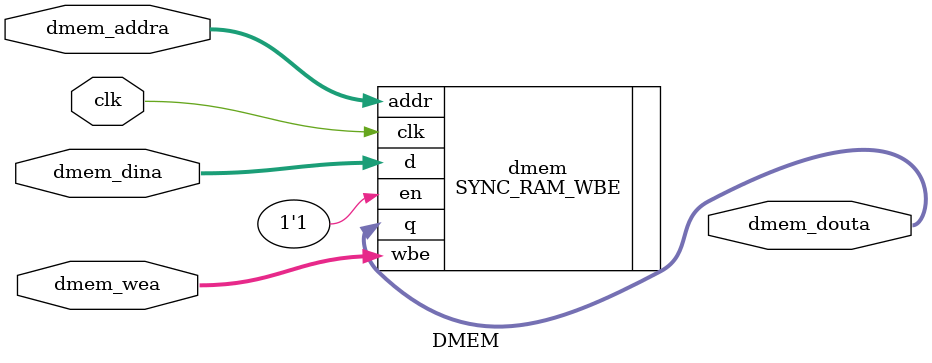
<source format=v>
module DMEM(clk,dmem_addra,dmem_douta,dmem_dina,dmem_wea);

     input clk;
     input [13:0] dmem_addra;
     input [31:0] dmem_dina;
     output [31:0] dmem_douta;
     input [3:0] dmem_wea;
    
    // Data Memory
    // Synchronous read: read takes one cycle
    // Synchronous write: write takes one cycle
    // Write-byte-enable: select which of the four bytes to write
    SYNC_RAM_WBE #(
      .AWIDTH(14),
      .DWIDTH(32)) dmem (
      .q(dmem_douta),    // output
      .d(dmem_dina),     // input
      .addr(dmem_addra), // input
      .wbe(dmem_wea),    // input
      .en(1'b1),
      .clk(clk));

endmodule

</source>
